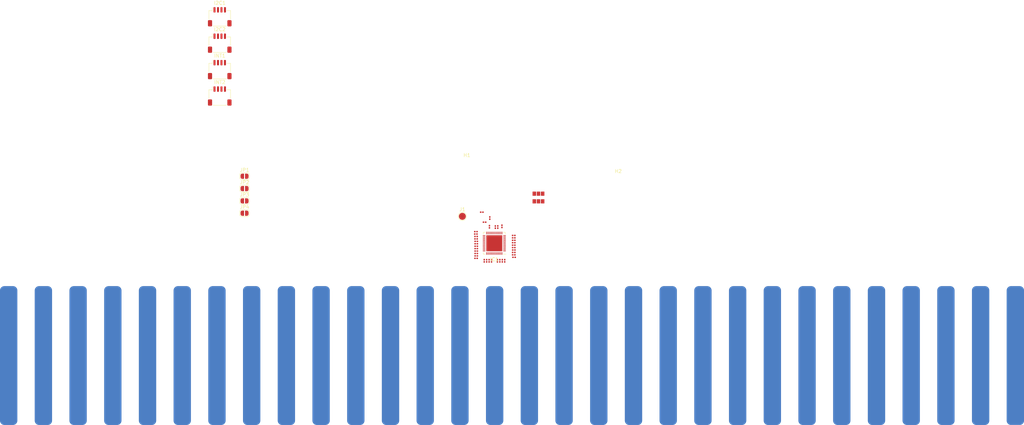
<source format=kicad_pcb>
(kicad_pcb (version 20221018) (generator pcbnew)
  (layers (0 "F.Cu" signal) (1 "In1.Cu" signal) (2 "In2.Cu" signal) (31 "B.Cu" signal) (34 "B.Paste" user) (35 "F.Paste" user) (36 "B.SilkS" user "B.Silkscreen") (37 "F.SilkS" user "F.Silkscreen") (38 "B.Mask" user) (39 "F.Mask" user) (44 "Edge.Cuts" user))
  (net 0 "")
  (net 1 "/P01")
  (net 2 "GND")
  (net 3 "+3V3")
  (net 4 "/RES")
  (net 5 "/SDA")
  (net 6 "/SCL")
  (net 7 "/TRILL_EVT")
  (net 8 "Net-(IC1-P2[5])")
  (net 9 "Net-(IC1-P2[3])")
  (net 10 "Net-(IC1-P2[1])")
  (net 11 "Net-(IC1-P4[3])")
  (net 12 "Net-(IC1-P4[1])")
  (net 13 "Net-(IC1-P3[7])")
  (net 14 "Net-(IC1-P3[5])")
  (net 15 "Net-(IC1-P3[3])")
  (net 16 "Net-(IC1-P3[1])")
  (net 17 "Net-(IC1-(SCL)P1[7])")
  (net 18 "Net-(IC1-(SDA)P1[5])")
  (net 19 "Net-(IC1-P1[3])")
  (net 20 "/PR{slash}SCL")
  (net 21 "/PR{slash}SDA")
  (net 22 "/ADDR0")
  (net 23 "/ADDR1")
  (net 24 "Net-(IC1-P1[6])")
  (net 25 "Net-(IC1-P3[0])")
  (net 26 "Net-(IC1-P3[2])")
  (net 27 "Net-(IC1-P3[4])")
  (net 28 "Net-(IC1-P3[6])")
  (net 29 "Net-(IC1-P4[0])")
  (net 30 "Net-(IC1-P4[2])")
  (net 31 "Net-(IC1-P2[0])")
  (net 32 "Net-(IC1-P2[2])")
  (net 33 "Net-(IC1-P2[4])")
  (net 34 "Net-(IC1-P2[6])")
  (net 35 "Net-(IC1-P0[0])")
  (net 36 "Net-(IC1-P0[2])")
  (net 37 "Net-(IC1-P0[4])")
  (net 38 "Net-(IC1-P0[6])")
  (net 39 "Net-(IC1-P0[7])")
  (net 40 "Net-(IC1-P0[5])")
  (net 41 "Net-(IC1-(INT)P0[3])")
  (net 42 "/EVT1")
  (net 43 "/EVT2")
  (net 44 "/EVT3")
  (net 45 "/EVT4")
  (net 46 "/TOUCH18")
  (net 47 "/TOUCH19")
  (net 48 "/TOUCH20")
  (net 49 "/TOUCH21")
  (net 50 "/TOUCH22")
  (net 51 "/TOUCH23")
  (net 52 "/TOUCH24")
  (net 53 "/TOUCH25")
  (net 54 "/TOUCH26")
  (net 55 "/TOUCH27")
  (net 56 "/TOUCH28")
  (net 57 "/TOUCH29")
  (net 58 "/TOUCH0")
  (net 59 "/TOUCH1")
  (net 60 "/TOUCH2")
  (net 61 "/TOUCH3")
  (net 62 "/TOUCH4")
  (net 63 "/TOUCH5")
  (net 64 "/TOUCH6")
  (net 65 "/TOUCH7")
  (net 66 "/TOUCH8")
  (net 67 "/TOUCH9")
  (net 68 "/TOUCH10")
  (net 69 "/TOUCH11")
  (net 70 "/TOUCH12")
  (net 71 "/TOUCH13")
  (net 72 "/TOUCH14")
  (net 73 "/TOUCH15")
  (net 74 "/TOUCH16")
  (net 75 "/TOUCH17")
  (footprint "Resistor_SMD:R_0201_0603Metric" (layer "F.Cu") (at 204.9 116.98 -90)
    (fp_text reference "R15" hide)
    (fp_text value "560" hide)
    (pad "1" smd roundrect (at -0.32 0 270) (size 0.46 0.4) (layers "F.Cu" "F.Mask") (net 56 "/TOUCH28"))
    (pad "2" smd roundrect (at 0.32 0 270) (size 0.46 0.4) (layers "F.Cu" "F.Mask") (net 18 "Net-(IC1-(SDA)P1[5])"))
  )
  (footprint "Resistor_SMD:R_0201_0603Metric" (layer "F.Cu") (at 197.5 124.8)
    (fp_text reference "R25" hide)
    (fp_text value "560" hide)
    (pad "1" smd roundrect (at -0.32 0) (size 0.46 0.4) (layers "F.Cu" "F.Mask") (net 66 "/TOUCH8"))
    (pad "2" smd roundrect (at 0.32 0) (size 0.46 0.4) (layers "F.Cu" "F.Mask") (net 32 "Net-(IC1-P2[2])"))
  )
  (footprint "Resistor_SMD:R_0201_0603Metric" (layer "F.Cu") (at 203.6 126.9 90)
    (fp_text reference "R32" hide)
    (fp_text value "560" hide)
    (pad "1" smd roundrect (at -0.32 0 90) (size 0.46 0.4) (layers "F.Cu" "F.Mask") (net 73 "/TOUCH15"))
    (pad "2" smd roundrect (at 0.32 0 90) (size 0.46 0.4) (layers "F.Cu" "F.Mask") (net 39 "Net-(IC1-P0[7])"))
  )
  (footprint "Resistor_SMD:R_0201_0603Metric" (layer "F.Cu") (at 208.3 120.3 180)
    (fp_text reference "R13" hide)
    (fp_text value "560" hide)
    (pad "1" smd roundrect (at -0.32 0 180) (size 0.46 0.4) (layers "F.Cu" "F.Mask") (net 54 "/TOUCH26"))
    (pad "2" smd roundrect (at 0.32 0 180) (size 0.46 0.4) (layers "F.Cu" "F.Mask") (net 16 "Net-(IC1-P3[1])"))
  )
  (footprint "Resistor_SMD:R_0201_0603Metric" (layer "F.Cu") (at 197.5 122.7)
    (fp_text reference "R22" hide)
    (fp_text value "560" hide)
    (pad "1" smd roundrect (at -0.32 0) (size 0.46 0.4) (layers "F.Cu" "F.Mask") (net 63 "/TOUCH5"))
    (pad "2" smd roundrect (at 0.32 0) (size 0.46 0.4) (layers "F.Cu" "F.Mask") (net 29 "Net-(IC1-P4[0])"))
  )
  (footprint "Resistor_SMD:R_0201_0603Metric" (layer "F.Cu") (at 197.455 126.2)
    (fp_text reference "R27" hide)
    (fp_text value "560" hide)
    (pad "1" smd roundrect (at -0.32 0) (size 0.46 0.4) (layers "F.Cu" "F.Mask") (net 68 "/TOUCH10"))
    (pad "2" smd roundrect (at 0.32 0) (size 0.46 0.4) (layers "F.Cu" "F.Mask") (net 34 "Net-(IC1-P2[6])"))
  )
  (footprint "cap-touch-breakout:DOUBLE_SOLDER_JUMPER" (layer "F.Cu") (at 214.225 109.775)
    (fp_text reference "JP1B1" hide)
    (fp_text value "Conn_01x03" hide)
    (pad "1" smd rect (at 0 0) (size 1 1.2) (layers "F.Cu" "F.Paste" "F.Mask") (net 3 "+3V3"))
    (pad "2" smd rect (at 1.2 0) (size 1 1.2) (layers "F.Cu" "F.Paste" "F.Mask") (net 23 "/ADDR1"))
    (pad "3" smd rect (at 2.4003 0) (size 1 1.2) (layers "F.Cu" "F.Paste" "F.Mask") (net 2 "GND"))
  )
  (footprint "Resistor_SMD:R_0201_0603Metric" (layer "F.Cu") (at 197.5 122)
    (fp_text reference "R21" hide)
    (fp_text value "560" hide)
    (pad "1" smd roundrect (at -0.32 0) (size 0.46 0.4) (layers "F.Cu" "F.Mask") (net 62 "/TOUCH4"))
    (pad "2" smd roundrect (at 0.32 0) (size 0.46 0.4) (layers "F.Cu" "F.Mask") (net 28 "Net-(IC1-P3[6])"))
  )
  (footprint "Resistor_SMD:R_0201_0603Metric" (layer "F.Cu") (at 204.3 126.9 90)
    (fp_text reference "R33" hide)
    (fp_text value "560" hide)
    (pad "1" smd roundrect (at -0.32 0 90) (size 0.46 0.4) (layers "F.Cu" "F.Mask") (net 74 "/TOUCH16"))
    (pad "2" smd roundrect (at 0.32 0 90) (size 0.46 0.4) (layers "F.Cu" "F.Mask") (net 40 "Net-(IC1-P0[5])"))
  )
  (footprint "Resistor_SMD:R_0201_0603Metric" (layer "F.Cu") (at 197.5 123.4)
    (fp_text reference "R23" hide)
    (fp_text value "560" hide)
    (pad "1" smd roundrect (at -0.32 0) (size 0.46 0.4) (layers "F.Cu" "F.Mask") (net 64 "/TOUCH6"))
    (pad "2" smd roundrect (at 0.32 0) (size 0.46 0.4) (layers "F.Cu" "F.Mask") (net 30 "Net-(IC1-P4[2])"))
  )
  (footprint "Resistor_SMD:R_0201_0603Metric" (layer "F.Cu") (at 201.9 126.9 90)
    (fp_text reference "R31" hide)
    (fp_text value "560" hide)
    (pad "1" smd roundrect (at -0.32 0 90) (size 0.46 0.4) (layers "F.Cu" "F.Mask") (net 72 "/TOUCH14"))
    (pad "2" smd roundrect (at 0.32 0 90) (size 0.46 0.4) (layers "F.Cu" "F.Mask") (net 38 "Net-(IC1-P0[6])"))
  )
  (footprint "Resistor_SMD:R_0201_0603Metric" (layer "F.Cu") (at 208.3 119.6 180)
    (fp_text reference "R14" hide)
    (fp_text value "560" hide)
    (pad "1" smd roundrect (at -0.32 0 180) (size 0.46 0.4) (layers "F.Cu" "F.Mask") (net 55 "/TOUCH27"))
    (pad "2" smd roundrect (at 0.32 0 180) (size 0.46 0.4) (layers "F.Cu" "F.Mask") (net 17 "Net-(IC1-(SCL)P1[7])"))
  )
  (footprint "Resistor_SMD:R_0201_0603Metric" (layer "F.Cu") (at 201.3 117.1 -90)
    (fp_text reference "R2" hide)
    (fp_text value "100" hide)
    (pad "1" smd roundrect (at -0.32 0 270) (size 0.46 0.4) (layers "F.Cu" "F.Mask") (net 5 "/SDA"))
    (pad "2" smd roundrect (at 0.32 0 270) (size 0.46 0.4) (layers "F.Cu" "F.Mask") (net 21 "/PR{slash}SDA"))
  )
  (footprint "Capacitor_SMD:C_0201_0603Metric" (layer "F.Cu") (at 197.38 119.2 180)
    (fp_text reference "C3" hide)
    (fp_text value "0.1uF" hide)
    (pad "1" smd roundrect (at -0.32 0 180) (size 0.46 0.4) (layers "F.Cu" "F.Mask") (net 4 "/RES"))
    (pad "2" smd roundrect (at 0.32 0 180) (size 0.46 0.4) (layers "F.Cu" "F.Mask") (net 2 "GND"))
  )
  (footprint "Resistor_SMD:R_0201_0603Metric" (layer "F.Cu") (at 197.455 119.9)
    (fp_text reference "R18" hide)
    (fp_text value "560" hide)
    (pad "1" smd roundrect (at -0.32 0) (size 0.46 0.4) (layers "F.Cu" "F.Mask") (net 59 "/TOUCH1"))
    (pad "2" smd roundrect (at 0.32 0) (size 0.46 0.4) (layers "F.Cu" "F.Mask") (net 25 "Net-(IC1-P3[0])"))
  )
  (footprint "Resistor_SMD:R_0201_0603Metric" (layer "F.Cu") (at 208.3 121 180)
    (fp_text reference "R12" hide)
    (fp_text value "560" hide)
    (pad "1" smd roundrect (at -0.32 0 180) (size 0.46 0.4) (layers "F.Cu" "F.Mask") (net 53 "/TOUCH25"))
    (pad "2" smd roundrect (at 0.32 0 180) (size 0.46 0.4) (layers "F.Cu" "F.Mask") (net 15 "Net-(IC1-P3[3])"))
  )
  (footprint "Resistor_SMD:R_0201_0603Metric" (layer "F.Cu") (at 201.2 126.9 90)
    (fp_text reference "R30" hide)
    (fp_text value "560" hide)
    (pad "1" smd roundrect (at -0.32 0 90) (size 0.46 0.4) (layers "F.Cu" "F.Mask") (net 71 "/TOUCH13"))
    (pad "2" smd roundrect (at 0.32 0 90) (size 0.46 0.4) (layers "F.Cu" "F.Mask") (net 37 "Net-(IC1-P0[4])"))
  )
  (footprint "Resistor_SMD:R_0201_0603Metric" (layer "F.Cu") (at 197.4 118.5)
    (fp_text reference "R17" hide)
    (fp_text value "560" hide)
    (pad "1" smd roundrect (at -0.32 0) (size 0.46 0.4) (layers "F.Cu" "F.Mask") (net 58 "/TOUCH0"))
    (pad "2" smd roundrect (at 0.32 0) (size 0.46 0.4) (layers "F.Cu" "F.Mask") (net 24 "Net-(IC1-P1[6])"))
  )
  (footprint "MountingHole:MountingHole_3.2mm_M3_DIN965" (layer "F.Cu") (at 194.8 100.3)
    (fp_text reference "H1" (at 0 -3.8) (layer "F.SilkS"))
    (fp_text value "MountingHole")
    (pad "" np_thru_hole circle (at 0 0) (size 3.2 3.2) (drill 3.2) (layers "*.Cu" "*.Mask"))
  )
  (footprint "Resistor_SMD:R_0201_0603Metric" (layer "F.Cu") (at 199.1 112.9)
    (fp_text reference "R4" hide)
    (fp_text value "47k" hide)
    (pad "1" smd roundrect (at -0.32 0) (size 0.46 0.4) (layers "F.Cu" "F.Mask") (net 23 "/ADDR1"))
    (pad "2" smd roundrect (at 0.32 0) (size 0.46 0.4) (layers "F.Cu" "F.Mask") (net 2 "GND"))
  )
  (footprint "Resistor_SMD:R_0201_0603Metric" (layer "F.Cu") (at 203.7 117.18 -90)
    (fp_text reference "R16" hide)
    (fp_text value "560" hide)
    (pad "1" smd roundrect (at -0.32 0 270) (size 0.46 0.4) (layers "F.Cu" "F.Mask") (net 57 "/TOUCH29"))
    (pad "2" smd roundrect (at 0.32 0 270) (size 0.46 0.4) (layers "F.Cu" "F.Mask") (net 19 "Net-(IC1-P1[3])"))
  )
  (footprint "Capacitor_SMD:C_0201_0603Metric" (layer "F.Cu") (at 201.4 114.6 -90)
    (fp_text reference "C2" hide)
    (fp_text value "0.1uF" hide)
    (pad "1" smd roundrect (at -0.32 0 270) (size 0.46 0.4) (layers "F.Cu" "F.Mask") (net 3 "+3V3"))
    (pad "2" smd roundrect (at 0.32 0 270) (size 0.46 0.4) (layers "F.Cu" "F.Mask") (net 2 "GND"))
  )
  (footprint "Resistor_SMD:R_0201_0603Metric" (layer "F.Cu") (at 208.3 122.4 180)
    (fp_text reference "R10" hide)
    (fp_text value "560" hide)
    (pad "1" smd roundrect (at -0.32 0 180) (size 0.46 0.4) (layers "F.Cu" "F.Mask") (net 51 "/TOUCH23"))
    (pad "2" smd roundrect (at 0.32 0 180) (size 0.46 0.4) (layers "F.Cu" "F.Mask") (net 13 "Net-(IC1-P3[7])"))
  )
  (footprint "Jumper:SolderJumper-2_P1.3mm_Open_RoundedPad1.0x1.5mm" (layer "F.Cu") (at 130.75 102.55)
    (fp_text reference "JP1" (at 0 -1.8) (layer "F.SilkS"))
    (fp_text value "SolderJumper_2_Open")
    (fp_line (start -1.4 0.3) (end -1.4 -0.3) (stroke (width 0.12)) (layer "F.SilkS"))
    (fp_line (start -0.7 -1) (end 0.7 -1) (stroke (width 0.12)) (layer "F.SilkS"))
    (fp_line (start 0.7 1) (end -0.7 1) (stroke (width 0.12)) (layer "F.SilkS"))
    (fp_line (start 1.4 -0.3) (end 1.4 0.3) (stroke (width 0.12)) (layer "F.SilkS"))
    (fp_arc (start -1.4 -0.3) (mid -1.194975 -0.794975) (end -0.7 -1) (stroke (width 0.12)) (layer "F.SilkS"))
    (fp_arc (start -0.7 1) (mid -1.194975 0.794975) (end -1.4 0.3) (stroke (width 0.12)) (layer "F.SilkS"))
    (fp_arc (start 0.7 -1) (mid 1.194975 -0.794975) (end 1.4 -0.3) (stroke (width 0.12)) (layer "F.SilkS"))
    (fp_arc (start 1.4 0.3) (mid 1.194975 0.794975) (end 0.7 1) (stroke (width 0.12)) (layer "F.SilkS"))
    (pad "1" smd custom (at -0.65 0) (size 1 0.5) (layers "F.Cu" "F.Mask") (net 7 "/TRILL_EVT") (options (clearance outline) (anchor rect)) (primitives (gr_circle (center 0 0.25) (end 0.5 0.25) (width 0) (fill yes)) (gr_circle (center 0 -0.25) (end 0.5 -0.25) (width 0) (fill yes)) (gr_poly (pts (xy 0.5 0.75) (xy 0 0.75) (xy 0 -0.75) (xy 0.5 -0.75)) (width 0) (fill yes))))
    (pad "2" smd custom (at 0.65 0) (size 1 0.5) (layers "F.Cu" "F.Mask") (net 42 "/EVT1") (options (clearance outline) (anchor rect)) (primitives (gr_circle (center 0 0.25) (end 0.5 0.25) (width 0) (fill yes)) (gr_circle (center 0 -0.25) (end 0.5 -0.25) (width 0) (fill yes)) (gr_poly (pts (xy 0 0.75) (xy -0.5 0.75) (xy -0.5 -0.75) (xy 0 -0.75)) (width 0) (fill yes))))
  )
  (footprint "Resistor_SMD:R_0201_0603Metric" (layer "F.Cu") (at 203 117.2 -90)
    (fp_text reference "R1" hide)
    (fp_text value "100" hide)
    (pad "1" smd roundrect (at -0.32 0 270) (size 0.46 0.4) (layers "F.Cu" "F.Mask") (net 6 "/SCL"))
    (pad "2" smd roundrect (at 0.32 0 270) (size 0.46 0.4) (layers "F.Cu" "F.Mask") (net 20 "/PR{slash}SCL"))
  )
  (footprint "touch-sensors:tstick-buttons" (layer "F.Cu") (at 62.8 154.2)
    (fp_text reference "TOUCH1" hide)
    (fp_text value "Conn_01x30" hide)
    (pad "1" smd roundrect (at 0 0) (size 5 40) (layers "B.Cu" "B.Paste" "B.Mask") (net 58 "/TOUCH0"))
    (pad "2" smd roundrect (at 10 0) (size 5 40) (layers "B.Cu" "B.Paste" "B.Mask") (net 59 "/TOUCH1"))
    (pad "3" smd roundrect (at 20 0) (size 5 40) (layers "B.Cu" "B.Paste" "B.Mask") (net 60 "/TOUCH2"))
    (pad "4" smd roundrect (at 30 0) (size 5 40) (layers "B.Cu" "B.Paste" "B.Mask") (net 61 "/TOUCH3"))
    (pad "5" smd roundrect (at 40 0) (size 5 40) (layers "B.Cu" "B.Paste" "B.Mask") (net 62 "/TOUCH4"))
    (pad "6" smd roundrect (at 50 0) (size 5 40) (layers "B.Cu" "B.Paste" "B.Mask") (net 63 "/TOUCH5"))
    (pad "7" smd roundrect (at 60 0) (size 5 40) (layers "B.Cu" "B.Paste" "B.Mask") (net 64 "/TOUCH6"))
    (pad "8" smd roundrect (at 70 0) (size 5 40) (layers "B.Cu" "B.Paste" "B.Mask") (net 65 "/TOUCH7"))
    (pad "9" smd roundrect (at 80 0) (size 5 40) (layers "B.Cu" "B.Paste" "B.Mask") (net 66 "/TOUCH8"))
    (pad "10" smd roundrect (at 90 0) (size 5 40) (layers "B.Cu" "B.Paste" "B.Mask") (net 67 "/TOUCH9"))
    (pad "11" smd roundrect (at 100 0) (size 5 40) (layers "B.Cu" "B.Paste" "B.Mask") (net 68 "/TOUCH10"))
    (pad "12" smd roundrect (at 110 0) (size 5 40) (layers "B.Cu" "B.Paste" "B.Mask") (net 69 "/TOUCH11"))
    (pad "13" smd roundrect (at 120 0) (size 5 40) (layers "B.Cu" "B.Paste" "B.Mask") (net 70 "/TOUCH12"))
    (pad "14" smd roundrect (at 130 0) (size 5 40) (layers "B.Cu" "B.Paste" "B.Mask") (net 71 "/TOUCH13"))
    (pad "15" smd roundrect (at 140 0) (size 5 40) (layers "B.Cu" "B.Paste" "B.Mask") (net 72 "/TOUCH14"))
    (pad "16" smd roundrect (at 150 0) (size 5 40) (layers "B.Cu" "B.Paste" "B.Mask") (net 73 "/TOUCH15"))
    (pad "17" smd roundrect (at 160 0) (size 5 40) (layers "B.Cu" "B.Paste" "B.Mask") (net 74 "/TOUCH16"))
    (pad "18" smd roundrect (at 170 0) (size 5 40) (layers "B.Cu" "B.Paste" "B.Mask") (net 75 "/TOUCH17"))
    (pad "19" smd roundrect (at 180 0) (size 5 40) (layers "B.Cu" "B.Paste" "B.Mask") (net 46 "/TOUCH18"))
    (pad "20" smd roundrect (at 190 0) (size 5 40) (layers "B.Cu" "B.Paste" "B.Mask") (net 47 "/TOUCH19"))
    (pad "21" smd roundrect (at 200 0) (size 5 40) (layers "B.Cu" "B.Paste" "B.Mask") (net 48 "/TOUCH20"))
    (pad "22" smd roundrect (at 210 0) (size 5 40) (layers "B.Cu" "B.Paste" "B.Mask") (net 49 "/TOUCH21"))
    (pad "23" smd roundrect (at 220 0) (size 5 40) (layers "B.Cu" "B.Paste" "B.Mask") (net 50 "/TOUCH22"))
    (pad "24" smd roundrect (at 230 0) (size 5 40) (layers "B.Cu" "B.Paste" "B.Mask") (net 51 "/TOUCH23"))
    (pad "25" smd roundrect (at 240 0) (size 5 40) (layers "B.Cu" "B.Paste" "B.Mask") (net 52 "/TOUCH24"))
    (pad "26" smd roundrect (at 250 0) (size 5 40) (layers "B.Cu" "B.Paste" "B.Mask") (net 53 "/TOUCH25"))
    (pad "27" smd roundrect (at 260 0) (size 5 40) (layers "B.Cu" "B.Paste" "B.Mask") (net 54 "/TOUCH26"))
    (pad "28" smd roundrect (at 270 0) (size 5 40) (layers "B.Cu" "B.Paste" "B.Mask") (net 55 "/TOUCH27"))
    (pad "29" smd roundrect (at 280 0) (size 5 40) (layers "B.Cu" "B.Paste" "B.Mask") (net 56 "/TOUCH28"))
    (pad "30" smd roundrect (at 290 0) (size 5 40) (layers "B.Cu" "B.Paste" "B.Mask") (net 57 "/TOUCH29"))
  )
  (footprint "Resistor_SMD:R_0201_0603Metric" (layer "F.Cu") (at 208.3 123.1 180)
    (fp_text reference "R9" hide)
    (fp_text value "560" hide)
    (pad "1" smd roundrect (at -0.32 0 180) (size 0.46 0.4) (layers "F.Cu" "F.Mask") (net 50 "/TOUCH22"))
    (pad "2" smd roundrect (at 0.32 0 180) (size 0.46 0.4) (layers "F.Cu" "F.Mask") (net 12 "Net-(IC1-P4[1])"))
  )
  (footprint "JST-footprints:JST_SH_SM04B-SRSS-TB_1x04-1MP_P1.00mm_Horizontal" (layer "F.Cu") (at 123.6 56.605)
    (fp_text reference "I2C1" (at 0 -3.98) (layer "F.SilkS"))
    (fp_text value "Conn_01x04")
    (fp_line (start -3.11 -1.785) (end -2.06 -1.785) (stroke (width 0.12)) (layer "F.SilkS"))
    (fp_line (start -3.11 0.715) (end -3.11 -1.785) (stroke (width 0.12)) (layer "F.SilkS"))
    (fp_line (start -2.06 -1.785) (end -2.06 -2.775) (stroke (width 0.12)) (layer "F.SilkS"))
    (fp_line (start -1.94 2.685) (end 1.94 2.685) (stroke (width 0.12)) (layer "F.SilkS"))
    (fp_line (start 3.11 -1.785) (end 2.06 -1.785) (stroke (width 0.12)) (layer "F.SilkS"))
    (fp_line (start 3.11 0.715) (end 3.11 -1.785) (stroke (width 0.12)) (layer "F.SilkS"))
    (pad "1" smd roundrect (at -1.5 -2) (size 0.6 1.55) (layers "F.Cu" "F.Paste" "F.Mask") (net 2 "GND"))
    (pad "2" smd roundrect (at -0.5 -2) (size 0.6 1.55) (layers "F.Cu" "F.Paste" "F.Mask") (net 3 "+3V3"))
    (pad "3" smd roundrect (at 0.5 -2) (size 0.6 1.55) (layers "F.Cu" "F.Paste" "F.Mask") (net 5 "/SDA"))
    (pad "4" smd roundrect (at 1.5 -2) (size 0.6 1.55) (layers "F.Cu" "F.Paste" "F.Mask") (net 6 "/SCL"))
    (pad "MP" smd roundrect (at -2.8 1.875) (size 1.2 1.8) (layers "F.Cu" "F.Paste" "F.Mask") (roundrect_rratio 0.208333) (net 2 "GND"))
    (pad "MP" smd roundrect (at 2.8 1.875) (size 1.2 1.8) (layers "F.Cu" "F.Paste" "F.Mask") (roundrect_rratio 0.208333) (net 2 "GND"))
  )
  (footprint "Resistor_SMD:R_0201_0603Metric" (layer "F.Cu") (at 208.3 125.2 180)
    (fp_text reference "R6" hide)
    (fp_text value "560" hide)
    (pad "1" smd roundrect (at -0.32 0 180) (size 0.46 0.4) (layers "F.Cu" "F.Mask") (net 47 "/TOUCH19"))
    (pad "2" smd roundrect (at 0.32 0 180) (size 0.46 0.4) (layers "F.Cu" "F.Mask") (net 9 "Net-(IC1-P2[3])"))
  )
  (footprint "Resistor_SMD:R_0201_0603Metric" (layer "F.Cu") (at 208.4 125.9 180)
    (fp_text reference "R5" hide)
    (fp_text value "560" hide)
    (pad "1" smd roundrect (at -0.32 0 180) (size 0.46 0.4) (layers "F.Cu" "F.Mask") (net 46 "/TOUCH18"))
    (pad "2" smd roundrect (at 0.32 0 180) (size 0.46 0.4) (layers "F.Cu" "F.Mask") (net 8 "Net-(IC1-P2[5])"))
  )
  (footprint "Jumper:SolderJumper-2_P1.3mm_Open_RoundedPad1.0x1.5mm" (layer "F.Cu") (at 130.75 109.65)
    (fp_text reference "JP3" (at 0 -1.8) (layer "F.SilkS"))
    (fp_text value "SolderJumper_2_Open")
    (fp_line (start -1.4 0.3) (end -1.4 -0.3) (stroke (width 0.12)) (layer "F.SilkS"))
    (fp_line (start -0.7 -1) (end 0.7 -1) (stroke (width 0.12)) (layer "F.SilkS"))
    (fp_line (start 0.7 1) (end -0.7 1) (stroke (width 0.12)) (layer "F.SilkS"))
    (fp_line (start 1.4 -0.3) (end 1.4 0.3) (stroke (width 0.12)) (layer "F.SilkS"))
    (fp_arc (start -1.4 -0.3) (mid -1.194975 -0.794975) (end -0.7 -1) (stroke (width 0.12)) (layer "F.SilkS"))
    (fp_arc (start -0.7 1) (mid -1.194975 0.794975) (end -1.4 0.3) (stroke (width 0.12)) (layer "F.SilkS"))
    (fp_arc (start 0.7 -1) (mid 1.194975 -0.794975) (end 1.4 -0.3) (stroke (width 0.12)) (layer "F.SilkS"))
    (fp_arc (start 1.4 0.3) (mid 1.194975 0.794975) (end 0.7 1) (stroke (width 0.12)) (layer "F.SilkS"))
    (pad "1" smd custom (at -0.65 0) (size 1 0.5) (layers "F.Cu" "F.Mask") (net 7 "/TRILL_EVT") (options (clearance outline) (anchor rect)) (primitives (gr_circle (center 0 0.25) (end 0.5 0.25) (width 0) (fill yes)) (gr_circle (center 0 -0.25) (end 0.5 -0.25) (width 0) (fill yes)) (gr_poly (pts (xy 0.5 0.75) (xy 0 0.75) (xy 0 -0.75) (xy 0.5 -0.75)) (width 0) (fill yes))))
    (pad "2" smd custom (at 0.65 0) (size 1 0.5) (layers "F.Cu" "F.Mask") (net 44 "/EVT3") (options (clearance outline) (anchor rect)) (primitives (gr_circle (center 0 0.25) (end 0.5 0.25) (width 0) (fill yes)) (gr_circle (center 0 -0.25) (end 0.5 -0.25) (width 0) (fill yes)) (gr_poly (pts (xy 0 0.75) (xy -0.5 0.75) (xy -0.5 -0.75) (xy 0 -0.75)) (width 0) (fill yes))))
  )
  (footprint "Resistor_SMD:R_0201_0603Metric" (layer "F.Cu") (at 197.5 124.1)
    (fp_text reference "R24" hide)
    (fp_text value "560" hide)
    (pad "1" smd roundrect (at -0.32 0) (size 0.46 0.4) (layers "F.Cu" "F.Mask") (net 65 "/TOUCH7"))
    (pad "2" smd roundrect (at 0.32 0) (size 0.46 0.4) (layers "F.Cu" "F.Mask") (net 31 "Net-(IC1-P2[0])"))
  )
  (footprint "cap-touch-breakout:DOUBLE_SOLDER_JUMPER" (layer "F.Cu") (at 214.225 107.575)
    (fp_text reference "JP1A1" hide)
    (fp_text value "Conn_01x03" hide)
    (pad "1" smd rect (at 0 0) (size 1 1.2) (layers "F.Cu" "F.Paste" "F.Mask") (net 3 "+3V3"))
    (pad "2" smd rect (at 1.2 0) (size 1 1.2) (layers "F.Cu" "F.Paste" "F.Mask") (net 22 "/ADDR0"))
    (pad "3" smd rect (at 2.4003 0) (size 1 1.2) (layers "F.Cu" "F.Paste" "F.Mask") (net 2 "GND"))
  )
  (footprint "Resistor_SMD:R_0201_0603Metric" (layer "F.Cu") (at 197.5 125.5)
    (fp_text reference "R26" hide)
    (fp_text value "560" hide)
    (pad "1" smd roundrect (at -0.32 0) (size 0.46 0.4) (layers "F.Cu" "F.Mask") (net 67 "/TOUCH9"))
    (pad "2" smd roundrect (at 0.32 0) (size 0.46 0.4) (layers "F.Cu" "F.Mask") (net 33 "Net-(IC1-P2[4])"))
  )
  (footprint "Resistor_SMD:R_0201_0603Metric" (layer "F.Cu") (at 199.9 115.78 180)
    (fp_text reference "R3" hide)
    (fp_text value "47k" hide)
    (pad "1" smd roundrect (at -0.32 0 180) (size 0.46 0.4) (layers "F.Cu" "F.Mask") (net 22 "/ADDR0"))
    (pad "2" smd roundrect (at 0.32 0 180) (size 0.46 0.4) (layers "F.Cu" "F.Mask") (net 2 "GND"))
  )
  (footprint "Resistor_SMD:R_0201_0603Metric" (layer "F.Cu") (at 197.455 120.6)
    (fp_text reference "R19" hide)
    (fp_text value "560" hide)
    (pad "1" smd roundrect (at -0.32 0) (size 0.46 0.4) (layers "F.Cu" "F.Mask") (net 60 "/TOUCH2"))
    (pad "2" smd roundrect (at 0.32 0) (size 0.46 0.4) (layers "F.Cu" "F.Mask") (net 26 "Net-(IC1-P3[2])"))
  )
  (footprint "JST-footprints:JST_SH_SM04B-SRSS-TB_1x04-1MP_P1.00mm_Horizontal" (layer "F.Cu") (at 123.6 79.435)
    (fp_text reference "INT2" (at 0 -3.98) (layer "F.SilkS"))
    (fp_text value "Conn_01x04")
    (fp_line (start -3.11 -1.785) (end -2.06 -1.785) (stroke (width 0.12)) (layer "F.SilkS"))
    (fp_line (start -3.11 0.715) (end -3.11 -1.785) (stroke (width 0.12)) (layer "F.SilkS"))
    (fp_line (start -2.06 -1.785) (end -2.06 -2.775) (stroke (width 0.12)) (layer "F.SilkS"))
    (fp_line (start -1.94 2.685) (end 1.94 2.685) (stroke (width 0.12)) (layer "F.SilkS"))
    (fp_line (start 3.11 -1.785) (end 2.06 -1.785) (stroke (width 0.12)) (layer "F.SilkS"))
    (fp_line (start 3.11 0.715) (end 3.11 -1.785) (stroke (width 0.12)) (layer "F.SilkS"))
    (pad "1" smd roundrect (at -1.5 -2) (size 0.6 1.55) (layers "F.Cu" "F.Paste" "F.Mask") (net 42 "/EVT1"))
    (pad "2" smd roundrect (at -0.5 -2) (size 0.6 1.55) (layers "F.Cu" "F.Paste" "F.Mask") (net 43 "/EVT2"))
    (pad "3" smd roundrect (at 0.5 -2) (size 0.6 1.55) (layers "F.Cu" "F.Paste" "F.Mask") (net 44 "/EVT3"))
    (pad "4" smd roundrect (at 1.5 -2) (size 0.6 1.55) (layers "F.Cu" "F.Paste" "F.Mask") (net 45 "/EVT4"))
    (pad "MP" smd roundrect (at -2.8 1.875) (size 1.2 1.8) (layers "F.Cu" "F.Paste" "F.Mask") (roundrect_rratio 0.208333) (net 2 "GND"))
    (pad "MP" smd roundrect (at 2.8 1.875) (size 1.2 1.8) (layers "F.Cu" "F.Paste" "F.Mask") (roundrect_rratio 0.208333) (net 2 "GND"))
  )
  (footprint "JST-footprints:JST_SH_SM04B-SRSS-TB_1x04-1MP_P1.00mm_Horizontal" (layer "F.Cu") (at 123.6 64.215)
    (fp_text reference "I2C2" (at 0 -3.98) (layer "F.SilkS"))
    (fp_text value "Conn_01x04")
    (fp_line (start -3.11 -1.785) (end -2.06 -1.785) (stroke (width 0.12)) (layer "F.SilkS"))
    (fp_line (start -3.11 0.715) (end -3.11 -1.785) (stroke (width 0.12)) (layer "F.SilkS"))
    (fp_line (start -2.06 -1.785) (end -2.06 -2.775) (stroke (width 0.12)) (layer "F.SilkS"))
    (fp_line (start -1.94 2.685) (end 1.94 2.685) (stroke (width 0.12)) (layer "F.SilkS"))
    (fp_line (start 3.11 -1.785) (end 2.06 -1.785) (stroke (width 0.12)) (layer "F.SilkS"))
    (fp_line (start 3.11 0.715) (end 3.11 -1.785) (stroke (width 0.12)) (layer "F.SilkS"))
    (pad "1" smd roundrect (at -1.5 -2) (size 0.6 1.55) (layers "F.Cu" "F.Paste" "F.Mask") (net 2 "GND"))
    (pad "2" smd roundrect (at -0.5 -2) (size 0.6 1.55) (layers "F.Cu" "F.Paste" "F.Mask") (net 3 "+3V3"))
    (pad "3" smd roundrect (at 0.5 -2) (size 0.6 1.55) (layers "F.Cu" "F.Paste" "F.Mask") (net 5 "/SDA"))
    (pad "4" smd roundrect (at 1.5 -2) (size 0.6 1.55) (layers "F.Cu" "F.Paste" "F.Mask") (net 6 "/SCL"))
    (pad "MP" smd roundrect (at -2.8 1.875) (size 1.2 1.8) (layers "F.Cu" "F.Paste" "F.Mask") (roundrect_rratio 0.208333) (net 2 "GND"))
    (pad "MP" smd roundrect (at 2.8 1.875) (size 1.2 1.8) (layers "F.Cu" "F.Paste" "F.Mask") (roundrect_rratio 0.208333) (net 2 "GND"))
  )
  (footprint "CY8C20646A-CY8C20636A-footprint:QFN-48_EP_6x6_Pitch0.4mm" (layer "F.Cu") (at 202.7 121.85 180)
    (fp_text reference "IC1" (at 0 -4.65) (layer "F.SilkS"))
    (fp_text value "CY8C206X6A")
    (fp_line (start -3.15 3.15) (end -3.15 2.6) (stroke (width 0.12)) (layer "F.SilkS"))
    (fp_line (start -2.6 -3.15) (end -3.4 -3.15) (stroke (width 0.12)) (layer "F.SilkS"))
    (fp_line (start -2.6 3.15) (end -3.15 3.15) (stroke (width 0.12)) (layer "F.SilkS"))
    (fp_line (start 2.6 -3.15) (end 3.15 -3.15) (stroke (width 0.12)) (layer "F.SilkS"))
    (fp_line (start 2.6 3.15) (end 3.15 3.15) (stroke (width 0.12)) (layer "F.SilkS"))
    (fp_line (start 3.15 -3.15) (end 3.15 -2.6) (stroke (width 0.12)) (layer "F.SilkS"))
    (fp_line (start 3.15 3.15) (end 3.15 2.6) (stroke (width 0.12)) (layer "F.SilkS"))
    (pad "1" smd oval (at -2.95 -2.2 270) (size 0.2 0.8) (layers "F.Cu" "F.Paste" "F.Mask"))
    (pad "2" smd oval (at -2.95 -1.8 270) (size 0.2 0.8) (layers "F.Cu" "F.Paste" "F.Mask") (net 7 "/TRILL_EVT"))
    (pad "3" smd oval (at -2.95 -1.4 270) (size 0.2 0.8) (layers "F.Cu" "F.Paste" "F.Mask") (net 8 "Net-(IC1-P2[5])"))
    (pad "4" smd oval (at -2.95 -1 270) (size 0.2 0.8) (layers "F.Cu" "F.Paste" "F.Mask") (net 9 "Net-(IC1-P2[3])"))
    (pad "5" smd oval (at -2.95 -0.6 270) (size 0.2 0.8) (layers "F.Cu" "F.Paste" "F.Mask") (net 10 "Net-(IC1-P2[1])"))
    (pad "6" smd oval (at -2.95 -0.2 270) (size 0.2 0.8) (layers "F.Cu" "F.Paste" "F.Mask") (net 11 "Net-(IC1-P4[3])"))
    (pad "7" smd oval (at -2.95 0.2 270) (size 0.2 0.8) (layers "F.Cu" "F.Paste" "F.Mask") (net 12 "Net-(IC1-P4[1])"))
    (pad "8" smd oval (at -2.95 0.6 270) (size 0.2 0.8) (layers "F.Cu" "F.Paste" "F.Mask") (net 13 "Net-(IC1-P3[7])"))
    (pad "9" smd oval (at -2.95 1 270) (size 0.2 0.8) (layers "F.Cu" "F.Paste" "F.Mask") (net 14 "Net-(IC1-P3[5])"))
    (pad "10" smd oval (at -2.95 1.4 270) (size 0.2 0.8) (layers "F.Cu" "F.Paste" "F.Mask") (net 15 "Net-(IC1-P3[3])"))
    (pad "11" smd oval (at -2.95 1.8 270) (size 0.2 0.8) (layers "F.Cu" "F.Paste" "F.Mask") (net 16 "Net-(IC1-P3[1])"))
    (pad "12" smd oval (at -2.95 2.2 270) (size 0.2 0.8) (layers "F.Cu" "F.Paste" "F.Mask") (net 17 "Net-(IC1-(SCL)P1[7])"))
    (pad "13" smd oval (at -2.2 2.95 180) (size 0.2 0.8) (layers "F.Cu" "F.Paste" "F.Mask") (net 18 "Net-(IC1-(SDA)P1[5])"))
    (pad "14" smd oval (at -1.8 2.95 180) (size 0.2 0.8) (layers "F.Cu" "F.Paste" "F.Mask"))
    (pad "15" smd oval (at -1.4 2.95 180) (size 0.2 0.8) (layers "F.Cu" "F.Paste" "F.Mask"))
    (pad "16" smd oval (at -1 2.95 180) (size 0.2 0.8) (layers "F.Cu" "F.Paste" "F.Mask") (net 19 "Net-(IC1-P1[3])"))
    (pad "17" smd oval (at -0.6 2.95 180) (size 0.2 0.8) (layers "F.Cu" "F.Paste" "F.Mask") (net 20 "/PR{slash}SCL"))
    (pad "18" smd oval (at -0.2 2.95 180) (size 0.2 0.8) (layers "F.Cu" "F.Paste" "F.Mask") (net 2 "GND"))
    (pad "19" smd oval (at 0.2 2.95 180) (size 0.2 0.8) (layers "F.Cu" "F.Paste" "F.Mask"))
    (pad "20" smd oval (at 0.6 2.95 180) (size 0.2 0.8) (layers "F.Cu" "F.Paste" "F.Mask"))
    (pad "21" smd oval (at 1 2.95 180) (size 0.2 0.8) (layers "F.Cu" "F.Paste" "F.Mask") (net 3 "+3V3"))
    (pad "22" smd oval (at 1.4 2.95 180) (size 0.2 0.8) (layers "F.Cu" "F.Paste" "F.Mask") (net 21 "/PR{slash}SDA"))
    (pad "23" smd oval (at 1.8 2.95 180) (size 0.2 0.8) (layers "F.Cu" "F.Paste" "F.Mask") (net 22 "/ADDR0"))
    (pad "24" smd oval (at 2.2 2.95 180) (size 0.2 0.8) (layers "F.Cu" "F.Paste" "F.Mask") (net 23 "/ADDR1"))
    (pad "25" smd oval (at 2.95 2.2 270) (size 0.2 0.8) (layers "F.Cu" "F.Paste" "F.Mask") (net 24 "Net-(IC1-P1[6])"))
    (pad "26" smd oval (at 2.95 1.8 270) (size 0.2 0.8) (layers "F.Cu" "F.Paste" "F.Mask") (net 4 "/RES"))
    (pad "27" smd oval (at 2.95 1.4 270) (size 0.2 0.8) (layers "F.Cu" "F.Paste" "F.Mask") (net 25 "Net-(IC1-P3[0])"))
    (pad "28" smd oval (at 2.95 1 270) (size 0.2 0.8) (layers "F.Cu" "F.Paste" "F.Mask") (net 26 "Net-(IC1-P3[2])"))
    (pad "29" smd oval (at 2.95 0.6 270) (size 0.2 0.8) (layers "F.Cu" "F.Paste" "F.Mask") (net 27 "Net-(IC1-P3[4])"))
    (pad "30" smd oval (at 2.95 0.2 270) (size 0.2 0.8) (layers "F.Cu" "F.Paste" "F.Mask") (net 28 "Net-(IC1-P3[6])"))
    (pad "31" smd oval (at 2.95 -0.2 270) (size 0.2 0.8) (layers "F.Cu" "F.Paste" "F.Mask") (net 29 "Net-(IC1-P4[0])"))
    (pad "32" smd oval (at 2.95 -0.6 270) (size 0.2 0.8) (layers "F.Cu" "F.Paste" "F.Mask") (net 30 "Net-(IC1-P4[2])"))
    (pad "33" smd oval (at 2.95 -1 270) (size 0.2 0.8) (layers "F.Cu" "F.Paste" "F.Mask") (net 31 "Net-(IC1-P2[0])"))
    (pad "34" smd oval (at 2.95 -1.4 270) (size 0.2 0.8) (layers "F.Cu" "F.Paste" "F.Mask") (net 32 "Net-(IC1-P2[2])"))
    (pad "35" smd oval (at 2.95 -1.8 270) (size 0.2 0.8) (layers "F.Cu" "F.Paste" "F.Mask") (net 33 "Net-(IC1-P2[4])"))
    (pad "36" smd oval (at 2.95 -2.2 270) (size 0.2 0.8) (layers "F.Cu" "F.Paste" "F.Mask") (net 34 "Net-(IC1-P2[6])"))
    (pad "37" smd oval (at 2.2 -2.95 180) (size 0.2 0.8) (layers "F.Cu" "F.Paste" "F.Mask") (net 35 "Net-(IC1-P0[0])"))
    (pad "38" smd oval (at 1.8 -2.95 180) (size 0.2 0.8) (layers "F.Cu" "F.Paste" "F.Mask") (net 36 "Net-(IC1-P0[2])"))
    (pad "39" smd oval (at 1.4 -2.95 180) (size 0.2 0.8) (layers "F.Cu" "F.Paste" "F.Mask") (net 37 "Net-(IC1-P0[4])"))
    (pad "40" smd oval (at 1 -2.95 180) (size 0.2 0.8) (layers "F.Cu" "F.Paste" "F.Mask") (net 38 "Net-(IC1-P0[6])"))
    (pad "41" smd oval (at 0.6 -2.95 180) (size 0.2 0.8) (layers "F.Cu" "F.Paste" "F.Mask") (net 3 "+3V3"))
    (pad "42" smd oval (at 0.2 -2.95 180) (size 0.2 0.8) (layers "F.Cu" "F.Paste" "F.Mask"))
    (pad "43" smd oval (at -0.2 -2.95 180) (size 0.2 0.8) (layers "F.Cu" "F.Paste" "F.Mask"))
    (pad "44" smd oval (at -0.6 -2.95 180) (size 0.2 0.8) (layers "F.Cu" "F.Paste" "F.Mask") (net 39 "Net-(IC1-P0[7])"))
    (pad "45" smd oval (at -1 -2.95 180) (size 0.2 0.8) (layers "F.Cu" "F.Paste" "F.Mask") (net 40 "Net-(IC1-P0[5])"))
    (pad "46" smd oval (at -1.4 -2.95 180) (size 0.2 0.8) (layers "F.Cu" "F.Paste" "F.Mask") (net 41 "Net-(IC1-(INT)P0[3])"))
    (pad "47" smd oval (at -1.8 -2.95 180) (size 0.2 0.8) (layers "F.Cu" "F.Paste" "F.Mask") (net 2 "GND"))
    (pad "48" smd oval (at -2.2 -2.95 180) (size 0.2 0.8) (layers "F.Cu" "F.Paste" "F.Mask") (net 1 "/P01"))
    (pad "EXP" smd custom (at -1.725 -1.725 180) (size 1.15 1.15) (layers "F.Cu" "F.Paste" "F.Mask") (net 2 "GND") (options (clearance outline) (anchor rect)) (primitives (gr_rect (start -0.575 -0.575) (end 4.025 4.025) (width 0) (fill yes))))
  )
  (footprint "Resistor_SMD:R_0201_0603Metric" (layer "F.Cu") (at 197.5 121.3)
    (fp_text reference "R20" hide)
    (fp_text value "560" hide)
    (pad "1" smd roundrect (at -0.32 0) (size 0.46 0.4) (layers "F.Cu" "F.Mask") (net 61 "/TOUCH3"))
    (pad "2" smd roundrect (at 0.32 0) (size 0.46 0.4) (layers "F.Cu" "F.Mask") (net 27 "Net-(IC1-P3[4])"))
  )
  (footprint "Resistor_SMD:R_0201_0603Metric" (layer "F.Cu") (at 199.8 126.9 90)
    (fp_text reference "R28" hide)
    (fp_text value "560" hide)
    (pad "1" smd roundrect (at -0.32 0 90) (size 0.46 0.4) (layers "F.Cu" "F.Mask") (net 69 "/TOUCH11"))
    (pad "2" smd roundrect (at 0.32 0 90) (size 0.46 0.4) (layers "F.Cu" "F.Mask") (net 35 "Net-(IC1-P0[0])"))
  )
  (footprint "TestPoint:TestPoint_Pad_D2.0mm" (layer "F.Cu") (at 193.5 114.1)
    (fp_text reference "J1" (at 0 -1.998) (layer "F.SilkS"))
    (fp_text value "Conn_01x01")
    (fp_circle (center 0 0) (end 0 1.2) (stroke (width 0.12)) (fill none) (layer "F.SilkS"))
    (pad "1" smd circle (at 0 0) (size 2 2) (layers "F.Cu" "F.Mask") (net 4 "/RES"))
  )
  (footprint "Resistor_SMD:R_0201_0603Metric" (layer "F.Cu") (at 208.32 123.8 180)
    (fp_text reference "R8" hide)
    (fp_text value "560" hide)
    (pad "1" smd roundrect (at -0.32 0 180) (size 0.46 0.4) (layers "F.Cu" "F.Mask") (net 49 "/TOUCH21"))
    (pad "2" smd roundrect (at 0.32 0 180) (size 0.46 0.4) (layers "F.Cu" "F.Mask") (net 11 "Net-(IC1-P4[3])"))
  )
  (footprint "Jumper:SolderJumper-2_P1.3mm_Open_RoundedPad1.0x1.5mm" (layer "F.Cu") (at 130.75 113.2)
    (fp_text reference "JP4" (at 0 -1.8) (layer "F.SilkS"))
    (fp_text value "SolderJumper_2_Open")
    (fp_line (start -1.4 0.3) (end -1.4 -0.3) (stroke (width 0.12)) (layer "F.SilkS"))
    (fp_line (start -0.7 -1) (end 0.7 -1) (stroke (width 0.12)) (layer "F.SilkS"))
    (fp_line (start 0.7 1) (end -0.7 1) (stroke (width 0.12)) (layer "F.SilkS"))
    (fp_line (start 1.4 -0.3) (end 1.4 0.3) (stroke (width 0.12)) (layer "F.SilkS"))
    (fp_arc (start -1.4 -0.3) (mid -1.194975 -0.794975) (end -0.7 -1) (stroke (width 0.12)) (layer "F.SilkS"))
    (fp_arc (start -0.7 1) (mid -1.194975 0.794975) (end -1.4 0.3) (stroke (width 0.12)) (layer "F.SilkS"))
    (fp_arc (start 0.7 -1) (mid 1.194975 -0.794975) (end 1.4 -0.3) (stroke (width 0.12)) (layer "F.SilkS"))
    (fp_arc (start 1.4 0.3) (mid 1.194975 0.794975) (end 0.7 1) (stroke (width 0.12)) (layer "F.SilkS"))
    (pad "1" smd custom (at -0.65 0) (size 1 0.5) (layers "F.Cu" "F.Mask") (net 7 "/TRILL_EVT") (options (clearance outline) (anchor rect)) (primitives (gr_circle (center 0 0.25) (end 0.5 0.25) (width 0) (fill yes)) (gr_circle (center 0 -0.25) (end 0.5 -0.25) (width 0) (fill yes)) (gr_poly (pts (xy 0.5 0.75) (xy 0 0.75) (xy 0 -0.75) (xy 0.5 -0.75)) (width 0) (fill yes))))
    (pad "2" smd custom (at 0.65 0) (size 1 0.5) (layers "F.Cu" "F.Mask") (net 45 "/EVT4") (options (clearance outline) (anchor rect)) (primitives (gr_circle (center 0 0.25) (end 0.5 0.25) (width 0) (fill yes)) (gr_circle (center 0 -0.25) (end 0.5 -0.25) (width 0) (fill yes)) (gr_poly (pts (xy 0 0.75) (xy -0.5 0.75) (xy -0.5 -0.75) (xy 0 -0.75)) (width 0) (fill yes))))
  )
  (footprint "MountingHole:MountingHole_3.2mm_M3_DIN965" (layer "F.Cu") (at 238.4 104.9)
    (fp_text reference "H2" (at 0 -3.8) (layer "F.SilkS"))
    (fp_text value "MountingHole")
    (pad "" np_thru_hole circle (at 0 0) (size 3.2 3.2) (drill 3.2) (layers "*.Cu" "*.Mask"))
  )
  (footprint "Jumper:SolderJumper-2_P1.3mm_Open_RoundedPad1.0x1.5mm" (layer "F.Cu") (at 130.75 106.1)
    (fp_text reference "JP2" (at 0 -1.8) (layer "F.SilkS"))
    (fp_text value "SolderJumper_2_Open")
    (fp_line (start -1.4 0.3) (end -1.4 -0.3) (stroke (width 0.12)) (layer "F.SilkS"))
    (fp_line (start -0.7 -1) (end 0.7 -1) (stroke (width 0.12)) (layer "F.SilkS"))
    (fp_line (start 0.7 1) (end -0.7 1) (stroke (width 0.12)) (layer "F.SilkS"))
    (fp_line (start 1.4 -0.3) (end 1.4 0.3) (stroke (width 0.12)) (layer "F.SilkS"))
    (fp_arc (start -1.4 -0.3) (mid -1.194975 -0.794975) (end -0.7 -1) (stroke (width 0.12)) (layer "F.SilkS"))
    (fp_arc (start -0.7 1) (mid -1.194975 0.794975) (end -1.4 0.3) (stroke (width 0.12)) (layer "F.SilkS"))
    (fp_arc (start 0.7 -1) (mid 1.194975 -0.794975) (end 1.4 -0.3) (stroke (width 0.12)) (layer "F.SilkS"))
    (fp_arc (start 1.4 0.3) (mid 1.194975 0.794975) (end 0.7 1) (stroke (width 0.12)) (layer "F.SilkS"))
    (pad "1" smd custom (at -0.65 0) (size 1 0.5) (layers "F.Cu" "F.Mask") (net 7 "/TRILL_EVT") (options (clearance outline) (anchor rect)) (primitives (gr_circle (center 0 0.25) (end 0.5 0.25) (width 0) (fill yes)) (gr_circle (center 0 -0.25) (end 0.5 -0.25) (width 0) (fill yes)) (gr_poly (pts (xy 0.5 0.75) (xy 0 0.75) (xy 0 -0.75) (xy 0.5 -0.75)) (width 0) (fill yes))))
    (pad "2" smd custom (at 0.65 0) (size 1 0.5) (layers "F.Cu" "F.Mask") (net 43 "/EVT2") (options (clearance outline) (anchor rect)) (primitives (gr_circle (center 0 0.25) (end 0.5 0.25) (width 0) (fill yes)) (gr_circle (center 0 -0.25) (end 0.5 -0.25) (width 0) (fill yes)) (gr_poly (pts (xy 0 0.75) (xy -0.5 0.75) (xy -0.5 -0.75) (xy 0 -0.75)) (width 0) (fill yes))))
  )
  (footprint "Resistor_SMD:R_0201_0603Metric" (layer "F.Cu") (at 208.3 124.5 180)
    (fp_text reference "R7" hide)
    (fp_text value "560" hide)
    (pad "1" smd roundrect (at -0.32 0 180) (size 0.46 0.4) (layers "F.Cu" "F.Mask") (net 48 "/TOUCH20"))
    (pad "2" smd roundrect (at 0.32 0 180) (size 0.46 0.4) (layers "F.Cu" "F.Mask") (net 10 "Net-(IC1-P2[1])"))
  )
  (footprint "Resistor_SMD:R_0201_0603Metric" (layer "F.Cu") (at 208.3 121.7 180)
    (fp_text reference "R11" hide)
    (fp_text value "560" hide)
    (pad "1" smd roundrect (at -0.32 0 180) (size 0.46 0.4) (layers "F.Cu" "F.Mask") (net 52 "/TOUCH24"))
    (pad "2" smd roundrect (at 0.32 0 180) (size 0.46 0.4) (layers "F.Cu" "F.Mask") (net 14 "Net-(IC1-P3[5])"))
  )
  (footprint "JST-footprints:JST_SH_SM04B-SRSS-TB_1x04-1MP_P1.00mm_Horizontal" (layer "F.Cu") (at 123.6 71.825)
    (fp_text reference "INT1" (at 0 -3.98) (layer "F.SilkS"))
    (fp_text value "Conn_01x04")
    (fp_line (start -3.11 -1.785) (end -2.06 -1.785) (stroke (width 0.12)) (layer "F.SilkS"))
    (fp_line (start -3.11 0.715) (end -3.11 -1.785) (stroke (width 0.12)) (layer "F.SilkS"))
    (fp_line (start -2.06 -1.785) (end -2.06 -2.775) (stroke (width 0.12)) (layer "F.SilkS"))
    (fp_line (start -1.94 2.685) (end 1.94 2.685) (stroke (width 0.12)) (layer "F.SilkS"))
    (fp_line (start 3.11 -1.785) (end 2.06 -1.785) (stroke (width 0.12)) (layer "F.SilkS"))
    (fp_line (start 3.11 0.715) (end 3.11 -1.785) (stroke (width 0.12)) (layer "F.SilkS"))
    (pad "1" smd roundrect (at -1.5 -2) (size 0.6 1.55) (layers "F.Cu" "F.Paste" "F.Mask") (net 42 "/EVT1"))
    (pad "2" smd roundrect (at -0.5 -2) (size 0.6 1.55) (layers "F.Cu" "F.Paste" "F.Mask") (net 43 "/EVT2"))
    (pad "3" smd roundrect (at 0.5 -2) (size 0.6 1.55) (layers "F.Cu" "F.Paste" "F.Mask") (net 44 "/EVT3"))
    (pad "4" smd roundrect (at 1.5 -2) (size 0.6 1.55) (layers "F.Cu" "F.Paste" "F.Mask") (net 45 "/EVT4"))
    (pad "MP" smd roundrect (at -2.8 1.875) (size 1.2 1.8) (layers "F.Cu" "F.Paste" "F.Mask") (roundrect_rratio 0.208333) (net 2 "GND"))
    (pad "MP" smd roundrect (at 2.8 1.875) (size 1.2 1.8) (layers "F.Cu" "F.Paste" "F.Mask") (roundrect_rratio 0.208333) (net 2 "GND"))
  )
  (footprint "Resistor_SMD:R_0201_0603Metric" (layer "F.Cu") (at 205 126.9 90)
    (fp_text reference "R34" hide)
    (fp_text value "560" hide)
    (pad "1" smd roundrect (at -0.32 0 90) (size 0.46 0.4) (layers "F.Cu" "F.Mask") (net 75 "/TOUCH17"))
    (pad "2" smd roundrect (at 0.32 0 90) (size 0.46 0.4) (layers "F.Cu" "F.Mask") (net 41 "Net-(IC1-(INT)P0[3])"))
  )
  (footprint "Resistor_SMD:R_0201_0603Metric" (layer "F.Cu") (at 200.5 126.9 90)
    (fp_text reference "R29" hide)
    (fp_text value "560" hide)
    (pad "1" smd roundrect (at -0.32 0 90) (size 0.46 0.4) (layers "F.Cu" "F.Mask") (net 70 "/TOUCH12"))
    (pad "2" smd roundrect (at 0.32 0 90) (size 0.46 0.4) (layers "F.Cu" "F.Mask") (net 36 "Net-(IC1-P0[2])"))
  )
  (footprint "Capacitor_SMD:C_0201_0603Metric" (layer "F.Cu") (at 205.7 126.9 -90)
    (fp_text reference "C1" hide)
    (fp_text value "2.2nF" hide)
    (pad "1" smd roundrect (at -0.32 0 270) (size 0.46 0.4) (layers "F.Cu" "F.Mask") (net 1 "/P01"))
    (pad "2" smd roundrect (at 0.32 0 270) (size 0.46 0.4) (layers "F.Cu" "F.Mask") (net 2 "GND"))
  )
)
</source>
